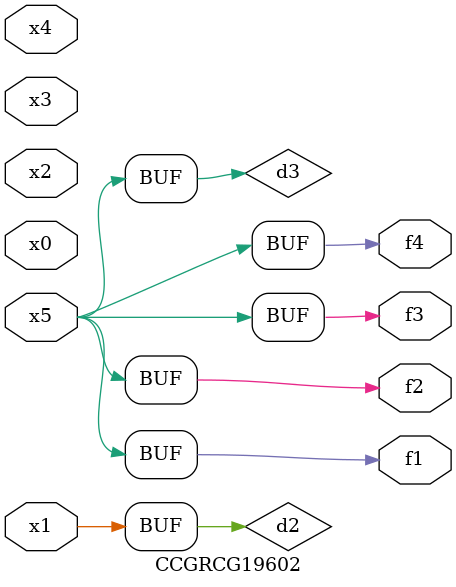
<source format=v>
module CCGRCG19602(
	input x0, x1, x2, x3, x4, x5,
	output f1, f2, f3, f4
);

	wire d1, d2, d3;

	not (d1, x5);
	or (d2, x1);
	xnor (d3, d1);
	assign f1 = d3;
	assign f2 = d3;
	assign f3 = d3;
	assign f4 = d3;
endmodule

</source>
